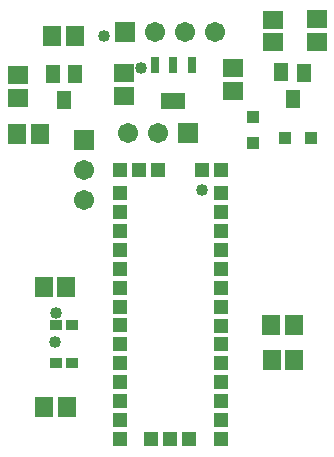
<source format=gbr>
G04 DipTrace 2.2.0.9*
%INTopMask.gbr*%
%MOMM*%
%ADD27C,1.016*%
%ADD33R,2.033X1.398*%
%ADD35R,0.763X1.398*%
%ADD37C,1.704*%
%ADD39R,1.204X1.204*%
%ADD41R,1.195X1.601*%
%ADD43R,1.017X1.017*%
%ADD45R,0.687X1.398*%
%ADD47R,1.104X0.904*%
%ADD51R,1.504X1.704*%
%ADD53R,1.704X1.504*%
%ADD55R,1.704X1.704*%
%FSLAX53Y53*%
%SFA1B1*%
%OFA0B0*%
G04*
G71*
G90*
G75*
G01*
%LNTopMask*%
%LPD*%
D27*
X27671Y33412D3*
X15368Y23004D3*
X15288Y20577D3*
X19410Y46448D3*
X22524Y43723D3*
D55*
X26498Y38248D3*
D51*
X35468Y21968D3*
X33568D3*
X16248Y15088D3*
X14348D3*
X16208Y25248D3*
X14308D3*
X35508Y19008D3*
D47*
X15368Y21968D3*
D45*
X26848Y44048D3*
D43*
X36928Y37848D3*
D55*
X17688Y37698D3*
D43*
X32048Y37408D3*
Y39643D3*
D41*
X36328Y43368D3*
D55*
X21201Y46834D3*
D53*
X21088Y43308D3*
X12128Y41248D3*
D41*
X16968Y43248D3*
D53*
X33728Y45928D3*
D51*
X16928Y46448D3*
X15028D3*
D53*
X12128Y43148D3*
D51*
X13968Y38208D3*
X12068D3*
D47*
X15368Y18768D3*
X16668D3*
Y21968D3*
D51*
X33608Y19008D3*
D53*
X37408Y47888D3*
Y45988D3*
X33728Y47828D3*
D41*
X15063Y43261D3*
X16028Y41038D3*
D53*
X21088Y41408D3*
X30368Y41848D3*
Y43748D3*
D39*
X20762Y35158D3*
Y33151D3*
Y31551D3*
Y29958D3*
X23962Y35158D3*
X22362D3*
X20762Y28358D3*
Y26758D3*
Y25150D3*
Y23558D3*
Y21958D3*
Y20358D3*
Y18758D3*
Y17149D3*
Y15549D3*
Y13949D3*
Y12349D3*
X23412D3*
X25004D3*
X26605D3*
X29272D3*
Y13949D3*
Y15549D3*
Y17149D3*
Y18749D3*
Y20350D3*
Y21950D3*
Y23550D3*
Y25150D3*
Y26750D3*
Y28351D3*
Y29951D3*
Y31551D3*
Y33149D3*
Y35158D3*
X27671D3*
D37*
X23958Y38248D3*
X21418D3*
X17688Y35158D3*
Y32618D3*
D43*
X34693Y37848D3*
D41*
X34423Y43381D3*
X35388Y41158D3*
D37*
X23741Y46834D3*
X26281D3*
X28821D3*
D35*
X25278Y44040D3*
D45*
X23698Y44048D3*
D33*
X25253Y40992D3*
M02*

</source>
